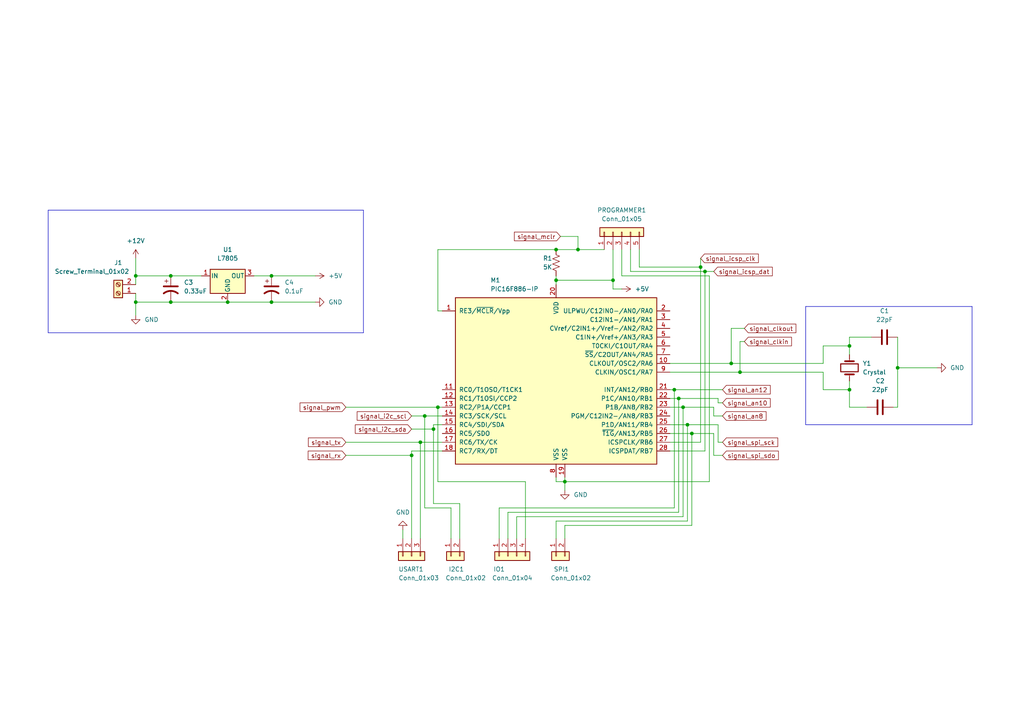
<source format=kicad_sch>
(kicad_sch (version 20230121) (generator eeschema)
  (paper "A4")
  (lib_symbols
    (symbol "Connector:Screw_Terminal_01x02" (pin_names (offset 1.016) hide)
      (property "Reference" "J" (at 0 2.54 0))
      (property "Value" "Screw_Terminal_01x02" (at 0 -5.08 0))
      (symbol "Screw_Terminal_01x02_1_1"
        (rectangle (start -1.27 1.27) (end 1.27 -3.81) (stroke (width 0.254)) (fill (type background)))
        (circle (center 0 -2.54) (radius 0.635) (stroke (width 0.1524)))
        (polyline (pts (xy -0.5334 -2.2098) (xy 0.3302 -3.048)) (stroke (width 0.1524)))
        (polyline (pts (xy -0.5334 0.3302) (xy 0.3302 -0.508)) (stroke (width 0.1524)))
        (polyline (pts (xy -0.3556 -2.032) (xy 0.508 -2.8702)) (stroke (width 0.1524)))
        (polyline (pts (xy -0.3556 0.508) (xy 0.508 -0.3302)) (stroke (width 0.1524)))
        (circle (center 0 0) (radius 0.635) (stroke (width 0.1524)))
        (pin passive line (at -5.08 0 0) (length 3.81) (name "Pin_1") (number "1"))
        (pin passive line (at -5.08 -2.54 0) (length 3.81) (name "Pin_2") (number "2"))
      )
    )
    (symbol "Connector_Generic:Conn_01x02" (pin_names (offset 1.016) hide)
      (property "Reference" "J" (at 0 2.54 0))
      (property "Value" "Conn_01x02" (at 0 -5.08 0))
      (symbol "Conn_01x02_1_1"
        (rectangle (start -1.27 -2.413) (end 0 -2.667) (stroke (width 0.1524)))
        (rectangle (start -1.27 0.127) (end 0 -0.127) (stroke (width 0.1524)))
        (rectangle (start -1.27 1.27) (end 1.27 -3.81) (stroke (width 0.254)) (fill (type background)))
        (pin passive line (at -5.08 0 0) (length 3.81) (name "Pin_1") (number "1"))
        (pin passive line (at -5.08 -2.54 0) (length 3.81) (name "Pin_2") (number "2"))
      )
    )
    (symbol "Connector_Generic:Conn_01x03" (pin_names (offset 1.016) hide)
      (property "Reference" "J" (at 0 5.08 0))
      (property "Value" "Conn_01x03" (at 0 -5.08 0))
      (symbol "Conn_01x03_1_1"
        (rectangle (start -1.27 -2.413) (end 0 -2.667) (stroke (width 0.1524)))
        (rectangle (start -1.27 0.127) (end 0 -0.127) (stroke (width 0.1524)))
        (rectangle (start -1.27 2.667) (end 0 2.413) (stroke (width 0.1524)))
        (rectangle (start -1.27 3.81) (end 1.27 -3.81) (stroke (width 0.254)) (fill (type background)))
        (pin passive line (at -5.08 2.54 0) (length 3.81) (name "Pin_1") (number "1"))
        (pin passive line (at -5.08 0 0) (length 3.81) (name "Pin_2") (number "2"))
        (pin passive line (at -5.08 -2.54 0) (length 3.81) (name "Pin_3") (number "3"))
      )
    )
    (symbol "Connector_Generic:Conn_01x04" (pin_names (offset 1.016) hide)
      (property "Reference" "J" (at 0 5.08 0))
      (property "Value" "Conn_01x04" (at 0 -7.62 0))
      (symbol "Conn_01x04_1_1"
        (rectangle (start -1.27 -4.953) (end 0 -5.207) (stroke (width 0.1524)))
        (rectangle (start -1.27 -2.413) (end 0 -2.667) (stroke (width 0.1524)))
        (rectangle (start -1.27 0.127) (end 0 -0.127) (stroke (width 0.1524)))
        (rectangle (start -1.27 2.667) (end 0 2.413) (stroke (width 0.1524)))
        (rectangle (start -1.27 3.81) (end 1.27 -6.35) (stroke (width 0.254)) (fill (type background)))
        (pin passive line (at -5.08 2.54 0) (length 3.81) (name "Pin_1") (number "1"))
        (pin passive line (at -5.08 0 0) (length 3.81) (name "Pin_2") (number "2"))
        (pin passive line (at -5.08 -2.54 0) (length 3.81) (name "Pin_3") (number "3"))
        (pin passive line (at -5.08 -5.08 0) (length 3.81) (name "Pin_4") (number "4"))
      )
    )
    (symbol "Connector_Generic:Conn_01x05" (pin_names (offset 1.016) hide)
      (property "Reference" "J" (at 0 7.62 0))
      (property "Value" "Conn_01x05" (at 0 -7.62 0))
      (symbol "Conn_01x05_1_1"
        (rectangle (start -1.27 -4.953) (end 0 -5.207) (stroke (width 0.1524)))
        (rectangle (start -1.27 -2.413) (end 0 -2.667) (stroke (width 0.1524)))
        (rectangle (start -1.27 0.127) (end 0 -0.127) (stroke (width 0.1524)))
        (rectangle (start -1.27 2.667) (end 0 2.413) (stroke (width 0.1524)))
        (rectangle (start -1.27 5.207) (end 0 4.953) (stroke (width 0.1524)))
        (rectangle (start -1.27 6.35) (end 1.27 -6.35) (stroke (width 0.254)) (fill (type background)))
        (pin passive line (at -5.08 5.08 0) (length 3.81) (name "Pin_1") (number "1"))
        (pin passive line (at -5.08 2.54 0) (length 3.81) (name "Pin_2") (number "2"))
        (pin passive line (at -5.08 0 0) (length 3.81) (name "Pin_3") (number "3"))
        (pin passive line (at -5.08 -2.54 0) (length 3.81) (name "Pin_4") (number "4"))
        (pin passive line (at -5.08 -5.08 0) (length 3.81) (name "Pin_5") (number "5"))
      )
    )
    (symbol "Device:C" (pin_numbers hide) (pin_names (offset 0.254))
      (property "Reference" "C" (at 0.635 2.54 0))
      (property "Value" "C" (at 0.635 -2.54 0))
      (symbol "C_0_1"
        (polyline (pts (xy -2.032 -0.762) (xy 2.032 -0.762)) (stroke (width 0.508)))
        (polyline (pts (xy -2.032 0.762) (xy 2.032 0.762)) (stroke (width 0.508)))
      )
      (symbol "C_1_1"
        (pin passive line (at 0 3.81 270) (length 2.794) (name "~") (number "1"))
        (pin passive line (at 0 -3.81 90) (length 2.794) (name "~") (number "2"))
      )
    )
    (symbol "Device:C_Polarized_US" (pin_numbers hide) (pin_names (offset 0.254) hide)
      (property "Reference" "C" (at 0.635 2.54 0))
      (property "Value" "C_Polarized_US" (at 0.635 -2.54 0))
      (symbol "C_Polarized_US_0_1"
        (polyline (pts (xy -2.032 0.762) (xy 2.032 0.762)) (stroke (width 0.508)))
        (polyline (pts (xy -1.778 2.286) (xy -0.762 2.286)))
        (polyline (pts (xy -1.27 1.778) (xy -1.27 2.794)))
        (arc (start 2.032 -1.27) (mid 0 -0.5572) (end -2.032 -1.27) (stroke (width 0.508)))
      )
      (symbol "C_Polarized_US_1_1"
        (pin passive line (at 0 3.81 270) (length 2.794) (name "~") (number "1"))
        (pin passive line (at 0 -3.81 90) (length 3.302) (name "~") (number "2"))
      )
    )
    (symbol "Device:Crystal" (pin_numbers hide) (pin_names (offset 1.016) hide)
      (property "Reference" "Y" (at 0 3.81 0))
      (property "Value" "Crystal" (at 0 -3.81 0))
      (symbol "Crystal_0_1"
        (rectangle (start -1.143 2.54) (end 1.143 -2.54) (stroke (width 0.3048)))
        (polyline (pts (xy -2.54 0) (xy -1.905 0)))
        (polyline (pts (xy -1.905 -1.27) (xy -1.905 1.27)) (stroke (width 0.508)))
        (polyline (pts (xy 1.905 -1.27) (xy 1.905 1.27)) (stroke (width 0.508)))
        (polyline (pts (xy 2.54 0) (xy 1.905 0)))
      )
      (symbol "Crystal_1_1"
        (pin passive line (at -3.81 0 0) (length 1.27) (name "1") (number "1"))
        (pin passive line (at 3.81 0 180) (length 1.27) (name "2") (number "2"))
      )
    )
    (symbol "Device:R_US" (pin_numbers hide) (pin_names (offset 0))
      (property "Reference" "R" (at 2.54 0 90))
      (property "Value" "R_US" (at -2.54 0 90))
      (symbol "R_US_0_1"
        (polyline (pts (xy 0 -2.286) (xy 0 -2.54)))
        (polyline (pts (xy 0 2.286) (xy 0 2.54)))
        (polyline (pts (xy 0 -0.762) (xy 1.016 -1.143) (xy 0 -1.524) (xy -1.016 -1.905) (xy 0 -2.286)))
        (polyline (pts (xy 0 0.762) (xy 1.016 0.381) (xy 0 0) (xy -1.016 -0.381) (xy 0 -0.762)))
        (polyline (pts (xy 0 2.286) (xy 1.016 1.905) (xy 0 1.524) (xy -1.016 1.143) (xy 0 0.762)))
      )
      (symbol "R_US_1_1"
        (pin passive line (at 0 3.81 270) (length 1.27) (name "~") (number "1"))
        (pin passive line (at 0 -3.81 90) (length 1.27) (name "~") (number "2"))
      )
    )
    (symbol "MCU_Microchip_PIC16:PIC16F886-IP" (pin_names (offset 1.016))
      (property "Reference" "U" (at 13.97 27.94 0))
      (property "Value" "PIC16F886-IP" (at 13.97 25.4 0))
      (symbol "PIC16F886-IP_0_1"
        (rectangle (start -29.21 24.13) (end 29.21 -24.13) (stroke (width 0.254)) (fill (type background)))
      )
      (symbol "PIC16F886-IP_1_1"
        (pin bidirectional line (at -33.02 20.32 0) (length 3.81) (name "RE3/~{MCLR}/Vpp") (number "1"))
        (pin bidirectional line (at 33.02 5.08 180) (length 3.81) (name "CLKOUT/OSC2/RA6") (number "10"))
        (pin bidirectional line (at -33.02 -2.54 0) (length 3.81) (name "RC0/T1OSO/T1CK1") (number "11"))
        (pin bidirectional line (at -33.02 -5.08 0) (length 3.81) (name "RC1/T1OSI/CCP2") (number "12"))
        (pin bidirectional line (at -33.02 -7.62 0) (length 3.81) (name "RC2/P1A/CCP1") (number "13"))
        (pin bidirectional line (at -33.02 -10.16 0) (length 3.81) (name "RC3/SCK/SCL") (number "14"))
        (pin bidirectional line (at -33.02 -12.7 0) (length 3.81) (name "RC4/SDI/SDA") (number "15"))
        (pin bidirectional line (at -33.02 -15.24 0) (length 3.81) (name "RC5/SDO") (number "16"))
        (pin bidirectional line (at -33.02 -17.78 0) (length 3.81) (name "RC6/TX/CK") (number "17"))
        (pin bidirectional line (at -33.02 -20.32 0) (length 3.81) (name "RC7/RX/DT") (number "18"))
        (pin power_in line (at 2.54 -27.94 90) (length 3.81) (name "VSS") (number "19"))
        (pin bidirectional line (at 33.02 20.32 180) (length 3.81) (name "ULPWU/C12IN0-/AN0/RA0") (number "2"))
        (pin power_in line (at 0 27.94 270) (length 3.81) (name "VDD") (number "20"))
        (pin bidirectional line (at 33.02 -2.54 180) (length 3.81) (name "INT/AN12/RB0") (number "21"))
        (pin bidirectional line (at 33.02 -5.08 180) (length 3.81) (name "P1C/AN10/RB1") (number "22"))
        (pin bidirectional line (at 33.02 -7.62 180) (length 3.81) (name "P1B/AN8/RB2") (number "23"))
        (pin bidirectional line (at 33.02 -10.16 180) (length 3.81) (name "PGM/C12IN2-/AN8/RB3") (number "24"))
        (pin bidirectional line (at 33.02 -12.7 180) (length 3.81) (name "P1D/AN11/RB4") (number "25"))
        (pin bidirectional line (at 33.02 -15.24 180) (length 3.81) (name "~{T1G}/AN13/RB5") (number "26"))
        (pin bidirectional line (at 33.02 -17.78 180) (length 3.81) (name "ICSPCLK/RB6") (number "27"))
        (pin bidirectional line (at 33.02 -20.32 180) (length 3.81) (name "ICSPDAT/RB7") (number "28"))
        (pin bidirectional line (at 33.02 17.78 180) (length 3.81) (name "C12IN1-/AN1/RA1") (number "3"))
        (pin bidirectional line (at 33.02 15.24 180) (length 3.81) (name "CVref/C2IN1+/Vref-/AN2/RA2") (number "4"))
        (pin bidirectional line (at 33.02 12.7 180) (length 3.81) (name "C1IN+/Vref+/AN3/RA3") (number "5"))
        (pin bidirectional line (at 33.02 10.16 180) (length 3.81) (name "T0CKI/C1OUT/RA4") (number "6"))
        (pin bidirectional line (at 33.02 7.62 180) (length 3.81) (name "~{SS}/C2OUT/AN4/RA5") (number "7"))
        (pin power_in line (at 0 -27.94 90) (length 3.81) (name "VSS") (number "8"))
        (pin input line (at 33.02 2.54 180) (length 3.81) (name "CLKIN/OSC1/RA7") (number "9"))
      )
    )
    (symbol "Regulator_Linear:L7805" (pin_names (offset 0.254))
      (property "Reference" "U" (at -3.81 3.175 0))
      (property "Value" "L7805" (at 0 3.175 0))
      (symbol "L7805_0_1"
        (rectangle (start -5.08 1.905) (end 5.08 -5.08) (stroke (width 0.254)) (fill (type background)))
      )
      (symbol "L7805_1_1"
        (pin power_in line (at -7.62 0 0) (length 2.54) (name "IN") (number "1"))
        (pin power_in line (at 0 -7.62 90) (length 2.54) (name "GND") (number "2"))
        (pin power_out line (at 7.62 0 180) (length 2.54) (name "OUT") (number "3"))
      )
    )
    (symbol "power:+12V" (power) (pin_names (offset 0))
      (property "Value" "+12V" (at 0 3.556 0))
      (symbol "+12V_0_1"
        (polyline (pts (xy -0.762 1.27) (xy 0 2.54)))
        (polyline (pts (xy 0 0) (xy 0 2.54)))
        (polyline (pts (xy 0 2.54) (xy 0.762 1.27)))
      )
      (symbol "+12V_1_1"
        (pin power_in line (at 0 0 90) (length 0) hide (name "+12V") (number "1"))
      )
    )
    (symbol "power:+5V" (power) (pin_names (offset 0))
      (property "Value" "+5V" (at 0 3.556 0))
      (symbol "+5V_0_1"
        (polyline (pts (xy -0.762 1.27) (xy 0 2.54)))
        (polyline (pts (xy 0 0) (xy 0 2.54)))
        (polyline (pts (xy 0 2.54) (xy 0.762 1.27)))
      )
      (symbol "+5V_1_1"
        (pin power_in line (at 0 0 90) (length 0) hide (name "+5V") (number "1"))
      )
    )
    (symbol "power:GND" (power) (pin_names (offset 0))
      (property "Value" "GND" (at 0 -3.81 0))
      (symbol "GND_0_1"
        (polyline (pts (xy 0 0) (xy 0 -1.27) (xy 1.27 -1.27) (xy 0 -2.54) (xy -1.27 -1.27) (xy 0 -1.27)))
      )
      (symbol "GND_1_1"
        (pin power_in line (at 0 0 270) (length 0) hide (name "GND") (number "1"))
      )
    )
  )
  (junction (at 49.53 87.63))
  (junction (at 177.8 81.28))
  (junction (at 66.04 87.63))
  (junction (at 78.74 87.63))
  (junction (at 195.58 113.03))
  (junction (at 49.53 80.01))
  (junction (at 212.09 105.41))
  (junction (at 163.83 139.7))
  (junction (at 199.39 123.19))
  (junction (at 127 118.11))
  (junction (at 246.38 100.33))
  (junction (at 119.38 132.08))
  (junction (at 204.47 78.74))
  (junction (at 246.38 113.03))
  (junction (at 125.73 124.46))
  (junction (at 121.92 128.27))
  (junction (at 200.66 125.73))
  (junction (at 260.35 106.68))
  (junction (at 161.29 81.28))
  (junction (at 39.37 80.01))
  (junction (at 167.64 72.39))
  (junction (at 214.63 107.95))
  (junction (at 78.74 80.01))
  (junction (at 161.29 72.39))
  (junction (at 198.12 118.11))
  (junction (at 123.19 120.65))
  (junction (at 203.2 77.47))
  (junction (at 196.85 115.57))
  (junction (at 39.37 87.63))
  (wire (pts (xy 163.83 139.7) (xy 163.83 142.24)))
  (wire (pts (xy 199.39 123.19) (xy 208.28 123.19)))
  (wire (pts (xy 125.73 124.46) (xy 125.73 146.05)))
  (wire (pts (xy 147.32 156.21) (xy 147.32 148.59)))
  (wire (pts (xy 198.12 149.86) (xy 198.12 118.11)))
  (wire (pts (xy 251.46 118.11) (xy 246.38 118.11)))
  (wire (pts (xy 39.37 85.09) (xy 39.37 87.63)))
  (wire (pts (xy 195.58 113.03) (xy 209.55 113.03)))
  (wire (pts (xy 204.47 130.81) (xy 194.31 130.81)))
  (wire (pts (xy 194.31 105.41) (xy 212.09 105.41)))
  (wire (pts (xy 200.66 125.73) (xy 194.31 125.73)))
  (wire (pts (xy 119.38 130.81) (xy 128.27 130.81)))
  (wire (pts (xy 252.73 97.79) (xy 246.38 97.79)))
  (wire (pts (xy 208.28 116.84) (xy 208.28 115.57)))
  (wire (pts (xy 78.74 87.63) (xy 91.44 87.63)))
  (wire (pts (xy 204.47 78.74) (xy 207.01 78.74)))
  (wire (pts (xy 144.78 147.32) (xy 195.58 147.32)))
  (wire (pts (xy 49.53 80.01) (xy 58.42 80.01)))
  (polyline (pts (xy 281.94 123.19) (xy 233.68 123.19)))
  (wire (pts (xy 127 139.7) (xy 127 118.11)))
  (wire (pts (xy 49.53 87.63) (xy 66.04 87.63)))
  (wire (pts (xy 246.38 97.79) (xy 246.38 100.33)))
  (wire (pts (xy 121.92 128.27) (xy 121.92 156.21)))
  (wire (pts (xy 238.76 107.95) (xy 238.76 113.03)))
  (wire (pts (xy 209.55 120.65) (xy 207.01 120.65)))
  (wire (pts (xy 161.29 151.13) (xy 199.39 151.13)))
  (wire (pts (xy 195.58 113.03) (xy 195.58 147.32)))
  (wire (pts (xy 260.35 97.79) (xy 260.35 106.68)))
  (wire (pts (xy 127 72.39) (xy 161.29 72.39)))
  (wire (pts (xy 161.29 151.13) (xy 161.29 156.21)))
  (polyline (pts (xy 233.68 88.9) (xy 233.68 123.19)))
  (wire (pts (xy 127 72.39) (xy 127 90.17)))
  (wire (pts (xy 119.38 156.21) (xy 119.38 132.08)))
  (wire (pts (xy 182.88 78.74) (xy 204.47 78.74)))
  (wire (pts (xy 163.83 152.4) (xy 163.83 156.21)))
  (wire (pts (xy 130.81 147.32) (xy 123.19 147.32)))
  (wire (pts (xy 162.56 68.58) (xy 167.64 68.58)))
  (polyline (pts (xy 233.68 88.9) (xy 281.94 88.9)))
  (wire (pts (xy 207.01 120.65) (xy 207.01 118.11)))
  (wire (pts (xy 196.85 148.59) (xy 196.85 115.57)))
  (wire (pts (xy 246.38 100.33) (xy 246.38 102.87)))
  (wire (pts (xy 194.31 128.27) (xy 203.2 128.27)))
  (wire (pts (xy 125.73 123.19) (xy 128.27 123.19)))
  (wire (pts (xy 238.76 100.33) (xy 246.38 100.33)))
  (wire (pts (xy 198.12 118.11) (xy 194.31 118.11)))
  (wire (pts (xy 214.63 107.95) (xy 238.76 107.95)))
  (wire (pts (xy 260.35 106.68) (xy 271.78 106.68)))
  (wire (pts (xy 161.29 72.39) (xy 167.64 72.39)))
  (wire (pts (xy 177.8 81.28) (xy 177.8 83.82)))
  (wire (pts (xy 125.73 123.19) (xy 125.73 124.46)))
  (polyline (pts (xy 105.41 96.52) (xy 13.97 96.52)))
  (wire (pts (xy 209.55 116.84) (xy 208.28 116.84)))
  (wire (pts (xy 177.8 72.39) (xy 177.8 81.28)))
  (wire (pts (xy 133.35 146.05) (xy 133.35 156.21)))
  (wire (pts (xy 203.2 74.93) (xy 203.2 77.47)))
  (wire (pts (xy 194.31 107.95) (xy 214.63 107.95)))
  (wire (pts (xy 147.32 148.59) (xy 196.85 148.59)))
  (wire (pts (xy 167.64 68.58) (xy 167.64 72.39)))
  (wire (pts (xy 127 118.11) (xy 128.27 118.11)))
  (wire (pts (xy 66.04 87.63) (xy 78.74 87.63)))
  (wire (pts (xy 194.31 113.03) (xy 195.58 113.03)))
  (wire (pts (xy 205.74 80.01) (xy 205.74 139.7)))
  (wire (pts (xy 161.29 81.28) (xy 177.8 81.28)))
  (wire (pts (xy 119.38 124.46) (xy 125.73 124.46)))
  (wire (pts (xy 260.35 106.68) (xy 260.35 118.11)))
  (wire (pts (xy 39.37 82.55) (xy 39.37 80.01)))
  (wire (pts (xy 182.88 72.39) (xy 182.88 78.74)))
  (wire (pts (xy 214.63 99.06) (xy 214.63 107.95)))
  (wire (pts (xy 39.37 80.01) (xy 49.53 80.01)))
  (wire (pts (xy 180.34 83.82) (xy 177.8 83.82)))
  (wire (pts (xy 207.01 125.73) (xy 200.66 125.73)))
  (polyline (pts (xy 281.94 88.9) (xy 281.94 123.19)))
  (wire (pts (xy 209.55 132.08) (xy 207.01 132.08)))
  (wire (pts (xy 207.01 118.11) (xy 198.12 118.11)))
  (wire (pts (xy 149.86 156.21) (xy 149.86 149.86)))
  (wire (pts (xy 119.38 132.08) (xy 119.38 130.81)))
  (wire (pts (xy 246.38 118.11) (xy 246.38 113.03)))
  (wire (pts (xy 127 90.17) (xy 128.27 90.17)))
  (wire (pts (xy 116.84 153.67) (xy 116.84 156.21)))
  (wire (pts (xy 208.28 128.27) (xy 208.28 123.19)))
  (wire (pts (xy 259.08 118.11) (xy 260.35 118.11)))
  (wire (pts (xy 161.29 138.43) (xy 161.29 139.7)))
  (wire (pts (xy 100.33 118.11) (xy 127 118.11)))
  (wire (pts (xy 39.37 87.63) (xy 49.53 87.63)))
  (wire (pts (xy 180.34 80.01) (xy 205.74 80.01)))
  (wire (pts (xy 238.76 113.03) (xy 246.38 113.03)))
  (wire (pts (xy 238.76 105.41) (xy 238.76 100.33)))
  (polyline (pts (xy 13.97 60.96) (xy 13.97 96.52)))
  (polyline (pts (xy 13.97 60.96) (xy 105.41 60.96)))
  (wire (pts (xy 167.64 72.39) (xy 175.26 72.39)))
  (wire (pts (xy 73.66 80.01) (xy 78.74 80.01)))
  (wire (pts (xy 130.81 147.32) (xy 130.81 156.21)))
  (wire (pts (xy 123.19 120.65) (xy 128.27 120.65)))
  (polyline (pts (xy 105.41 60.96) (xy 105.41 96.52)))
  (wire (pts (xy 215.9 99.06) (xy 214.63 99.06)))
  (wire (pts (xy 207.01 132.08) (xy 207.01 125.73)))
  (wire (pts (xy 123.19 147.32) (xy 123.19 120.65)))
  (wire (pts (xy 208.28 115.57) (xy 196.85 115.57)))
  (wire (pts (xy 39.37 74.93) (xy 39.37 80.01)))
  (wire (pts (xy 203.2 128.27) (xy 203.2 77.47)))
  (wire (pts (xy 199.39 123.19) (xy 194.31 123.19)))
  (wire (pts (xy 185.42 77.47) (xy 185.42 72.39)))
  (wire (pts (xy 196.85 115.57) (xy 194.31 115.57)))
  (wire (pts (xy 149.86 149.86) (xy 198.12 149.86)))
  (wire (pts (xy 152.4 139.7) (xy 152.4 156.21)))
  (wire (pts (xy 246.38 113.03) (xy 246.38 110.49)))
  (wire (pts (xy 119.38 120.65) (xy 123.19 120.65)))
  (wire (pts (xy 205.74 139.7) (xy 163.83 139.7)))
  (wire (pts (xy 39.37 87.63) (xy 39.37 91.44)))
  (wire (pts (xy 199.39 151.13) (xy 199.39 123.19)))
  (wire (pts (xy 78.74 80.01) (xy 91.44 80.01)))
  (wire (pts (xy 212.09 95.25) (xy 212.09 105.41)))
  (wire (pts (xy 203.2 77.47) (xy 185.42 77.47)))
  (wire (pts (xy 180.34 72.39) (xy 180.34 80.01)))
  (wire (pts (xy 100.33 128.27) (xy 121.92 128.27)))
  (wire (pts (xy 161.29 139.7) (xy 163.83 139.7)))
  (wire (pts (xy 161.29 80.01) (xy 161.29 81.28)))
  (wire (pts (xy 125.73 146.05) (xy 133.35 146.05)))
  (wire (pts (xy 161.29 81.28) (xy 161.29 82.55)))
  (wire (pts (xy 212.09 105.41) (xy 238.76 105.41)))
  (wire (pts (xy 152.4 139.7) (xy 127 139.7)))
  (wire (pts (xy 144.78 156.21) (xy 144.78 147.32)))
  (wire (pts (xy 215.9 95.25) (xy 212.09 95.25)))
  (wire (pts (xy 163.83 152.4) (xy 200.66 152.4)))
  (wire (pts (xy 204.47 78.74) (xy 204.47 130.81)))
  (wire (pts (xy 209.55 128.27) (xy 208.28 128.27)))
  (wire (pts (xy 200.66 152.4) (xy 200.66 125.73)))
  (wire (pts (xy 163.83 138.43) (xy 163.83 139.7)))
  (wire (pts (xy 121.92 128.27) (xy 128.27 128.27)))
  (wire (pts (xy 100.33 132.08) (xy 119.38 132.08)))
  (global_label "signal_icsp_dat" (shape input) (at 207.01 78.74 0) (property "Intersheetrefs" "${INTERSHEET_REFS}" (effects hide)) (property "Referencias entre hojas" "${INTERSHEET_REFS}" (effects hide)))
  (global_label "signal_clkin" (shape input) (at 215.9 99.06 0) (property "Intersheetrefs" "${INTERSHEET_REFS}" (effects hide)))
  (global_label "signal_an10" (shape input) (at 209.55 116.84 0) (property "Intersheetrefs" "${INTERSHEET_REFS}" (effects hide)))
  (global_label "signal_tx" (shape input) (at 100.33 128.27 180) (property "Intersheetrefs" "${INTERSHEET_REFS}" (effects hide)))
  (global_label "signal_icsp_clk" (shape input) (at 203.2 74.93 0) (property "Intersheetrefs" "${INTERSHEET_REFS}" (effects hide)) (property "Referencias entre hojas" "${INTERSHEET_REFS}" (effects hide)))
  (global_label "signal_i2c_scl" (shape input) (at 119.38 120.65 180) (property "Intersheetrefs" "${INTERSHEET_REFS}" (effects hide)))
  (global_label "signal_spi_sck" (shape input) (at 209.55 128.27 0) (property "Intersheetrefs" "${INTERSHEET_REFS}" (effects hide)))
  (global_label "signal_rx" (shape input) (at 100.33 132.08 180) (property "Intersheetrefs" "${INTERSHEET_REFS}" (effects hide)))
  (global_label "signal_clkout" (shape input) (at 215.9 95.25 0) (property "Intersheetrefs" "${INTERSHEET_REFS}" (effects hide)))
  (global_label "signal_pwm" (shape input) (at 100.33 118.11 180) (property "Intersheetrefs" "${INTERSHEET_REFS}" (effects hide)))
  (global_label "signal_i2c_sda" (shape input) (at 119.38 124.46 180) (property "Intersheetrefs" "${INTERSHEET_REFS}" (effects hide)))
  (global_label "signal_an12" (shape input) (at 209.55 113.03 0) (property "Intersheetrefs" "${INTERSHEET_REFS}" (effects hide)))
  (global_label "signal_mclr" (shape input) (at 162.56 68.58 180) (property "Intersheetrefs" "${INTERSHEET_REFS}" (effects hide)) (property "Referencias entre hojas" "${INTERSHEET_REFS}" (effects hide)))
  (global_label "signal_spi_sdo" (shape input) (at 209.55 132.08 0) (property "Intersheetrefs" "${INTERSHEET_REFS}" (effects hide)))
  (global_label "signal_an8" (shape input) (at 209.55 120.65 0) (property "Intersheetrefs" "${INTERSHEET_REFS}" (effects hide)))
  (symbol (lib_id "Regulator_Linear:L7805") (at 66.04 80.01 0) (unit 1)
    (property "Reference" "U1" (at 66.04 72.39 0))
    (property "Value" "L7805" (at 66.04 74.93 0))
    (property "Footprint" "Package_TO_SOT_THT:TO-220-3_Vertical" (effects hide))
    (property "Datasheet" "http://www.st.com/content/ccc/resource/technical/document/datasheet/41/4f/b3/b0/12/d4/47/88/CD00000444.pdf/files/CD00000444.pdf/jcr:content/translations/en.CD00000444.pdf" (effects hide))
  )
  (symbol (lib_id "power:+12V") (at 39.37 74.93 0) (unit 1)
    (property "Reference" "#PWR0106" (effects hide))
    (property "Value" "+12V" (at 39.37 69.85 0))
  )
  (symbol (lib_id "power:GND") (at 91.44 87.63 90) (unit 1)
    (property "Reference" "#PWR0105" (effects hide))
    (property "Value" "GND" (at 95.25 87.6299 90) (effects (justify right)))
  )
  (symbol (lib_id "Device:C_Polarized_US") (at 49.53 83.82 0) (unit 1)
    (property "Reference" "C3" (at 53.34 81.9149 0) (effects (justify left)))
    (property "Value" "0.33uF" (at 53.34 84.4549 0) (effects (justify left)))
    (property "Footprint" "Capacitor_THT:CP_Radial_D5.0mm_P2.50mm" (effects hide))
  )
  (symbol (lib_id "Connector_Generic:Conn_01x03") (at 119.38 161.29 90) (mirror x) (unit 1)
    (property "Reference" "USART1" (at 115.57 165.1 90) (effects (justify right)))
    (property "Value" "Conn_01x03" (at 115.57 167.6399 90) (effects (justify right)))
    (property "Footprint" "Connector_PinSocket_2.54mm:PinSocket_1x03_P2.54mm_Vertical" (effects hide))
  )
  (symbol (lib_id "Device:C_Polarized_US") (at 78.74 83.82 0) (unit 1)
    (property "Reference" "C4" (at 82.55 81.9149 0) (effects (justify left)))
    (property "Value" "0.1uF" (at 82.55 84.4549 0) (effects (justify left)))
    (property "Footprint" "Capacitor_THT:CP_Radial_D5.0mm_P2.50mm" (effects hide))
  )
  (symbol (lib_id "Connector:Screw_Terminal_01x02") (at 34.29 85.09 180) (unit 1)
    (property "Reference" "J1" (at 34.29 76.2 0))
    (property "Value" "Screw_Terminal_01x02" (at 26.67 78.74 0))
    (property "Footprint" "TerminalBlock_Phoenix:TerminalBlock_Phoenix_MKDS-1,5-2-5.08_1x02_P5.08mm_Horizontal" (effects hide))
  )
  (symbol (lib_id "power:GND") (at 271.78 106.68 90) (unit 1)
    (property "Reference" "#PWR0102" (effects hide))
    (property "Value" "GND" (at 275.59 106.6799 90) (effects (justify right)))
  )
  (symbol (lib_id "Device:C") (at 256.54 97.79 90) (unit 1)
    (property "Reference" "C1" (at 256.54 90.17 90))
    (property "Value" "22pF" (at 256.54 92.71 90))
    (property "Footprint" "Capacitor_THT:C_Disc_D3.8mm_W2.6mm_P2.50mm" (effects hide))
  )
  (symbol (lib_id "power:GND") (at 39.37 91.44 0) (unit 1)
    (property "Reference" "#PWR0103" (effects hide))
    (property "Value" "GND" (at 41.91 92.7099 0) (effects (justify left)))
  )
  (symbol (lib_id "Connector_Generic:Conn_01x02") (at 130.81 161.29 90) (mirror x) (unit 1)
    (property "Reference" "I2C1" (at 134.62 165.1 90) (effects (justify left)))
    (property "Value" "Conn_01x02" (at 140.97 167.64 90) (effects (justify left)))
    (property "Footprint" "Connector_PinSocket_2.54mm:PinSocket_1x02_P2.54mm_Vertical" (effects hide))
  )
  (symbol (lib_id "MCU_Microchip_PIC16:PIC16F886-IP") (at 161.29 110.49 0) (unit 1)
    (property "Reference" "M1" (at 142.24 81.28 0) (effects (justify left)))
    (property "Value" "PIC16F886-IP" (at 142.24 83.82 0) (effects (justify left)))
    (property "Footprint" "Package_DIP:DIP-28_W7.62mm" (effects hide))
    (property "Datasheet" "http://ww1.microchip.com/downloads/en/DeviceDoc/41291D.pdf" (effects hide))
  )
  (symbol (lib_id "Device:R_US") (at 161.29 76.2 0) (unit 1)
    (property "Reference" "R1" (at 157.48 74.93 0) (effects (justify left)))
    (property "Value" "5K" (at 157.48 77.47 0) (effects (justify left)))
    (property "Footprint" "Resistor_THT:R_Axial_DIN0204_L3.6mm_D1.6mm_P5.08mm_Horizontal" (effects hide))
  )
  (symbol (lib_id "power:+5V") (at 180.34 83.82 270) (unit 1)
    (property "Reference" "#PWR0107" (effects hide))
    (property "Value" "+5V" (at 184.15 83.8199 90) (effects (justify left)))
  )
  (symbol (lib_id "Connector_Generic:Conn_01x05") (at 180.34 67.31 90) (unit 1)
    (property "Reference" "PROGRAMMER1" (at 180.34 60.96 90))
    (property "Value" "Conn_01x05" (at 180.34 63.5 90))
    (property "Footprint" "Connector_PinSocket_2.54mm:PinSocket_1x05_P2.54mm_Vertical" (effects hide))
  )
  (symbol (lib_id "power:GND") (at 116.84 153.67 180) (unit 1)
    (property "Reference" "#PWR0101" (effects hide))
    (property "Value" "GND" (at 116.84 148.59 0))
  )
  (symbol (lib_id "power:GND") (at 163.83 142.24 0) (unit 1)
    (property "Reference" "#PWR0108" (effects hide))
    (property "Value" "GND" (at 166.37 143.5099 0) (effects (justify left)))
  )
  (symbol (lib_id "power:+5V") (at 91.44 80.01 270) (unit 1)
    (property "Reference" "#PWR0104" (effects hide))
    (property "Value" "+5V" (at 95.25 80.0099 90) (effects (justify left)))
  )
  (symbol (lib_id "Device:C") (at 255.27 118.11 90) (unit 1)
    (property "Reference" "C2" (at 255.27 110.49 90))
    (property "Value" "22pF" (at 255.27 113.03 90))
    (property "Footprint" "Capacitor_THT:C_Disc_D3.8mm_W2.6mm_P2.50mm" (effects hide))
  )
  (symbol (lib_id "Connector_Generic:Conn_01x04") (at 147.32 161.29 90) (mirror x) (unit 1)
    (property "Reference" "IO1" (at 144.78 165.1 90))
    (property "Value" "Conn_01x04" (at 148.59 167.64 90))
    (property "Footprint" "Connector_PinSocket_2.54mm:PinSocket_1x04_P2.54mm_Vertical" (effects hide))
  )
  (symbol (lib_id "Connector_Generic:Conn_01x02") (at 161.29 161.29 90) (mirror x) (unit 1)
    (property "Reference" "SPI1" (at 165.1 165.1 90) (effects (justify left)))
    (property "Value" "Conn_01x02" (at 171.45 167.64 90) (effects (justify left)))
    (property "Footprint" "Connector_PinSocket_2.54mm:PinSocket_1x02_P2.54mm_Vertical" (effects hide))
  )
  (symbol (lib_id "Device:Crystal") (at 246.38 106.68 90) (unit 1)
    (property "Reference" "Y1" (at 250.19 105.4099 90) (effects (justify right)))
    (property "Value" "Crystal" (at 250.19 107.9499 90) (effects (justify right)))
    (property "Footprint" "Crystal:Crystal_HC18-U_Vertical" (effects hide))
  )
)
</source>
